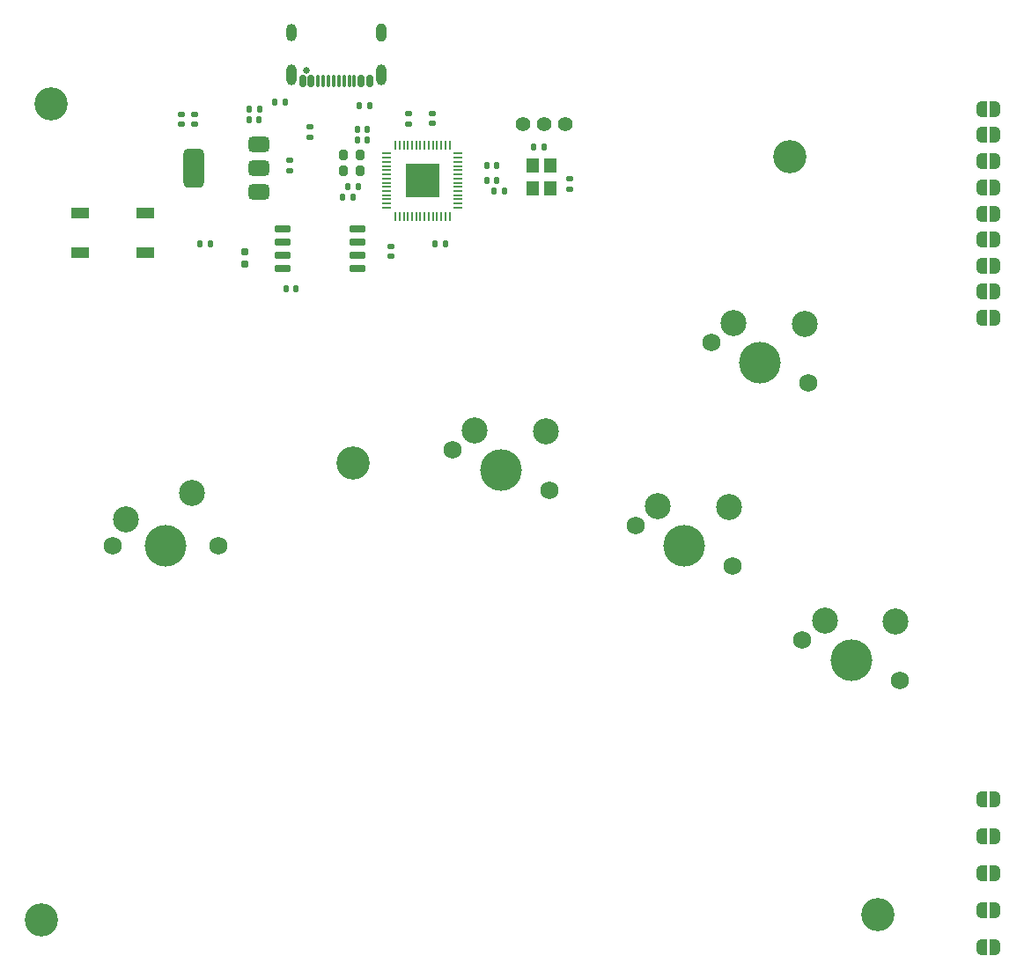
<source format=gbr>
%TF.GenerationSoftware,KiCad,Pcbnew,8.0.4*%
%TF.CreationDate,2024-07-23T17:45:02-07:00*%
%TF.ProjectId,2board_a,32626f61-7264-45f6-912e-6b696361645f,rev?*%
%TF.SameCoordinates,Original*%
%TF.FileFunction,Soldermask,Top*%
%TF.FilePolarity,Negative*%
%FSLAX46Y46*%
G04 Gerber Fmt 4.6, Leading zero omitted, Abs format (unit mm)*
G04 Created by KiCad (PCBNEW 8.0.4) date 2024-07-23 17:45:02*
%MOMM*%
%LPD*%
G01*
G04 APERTURE LIST*
G04 Aperture macros list*
%AMRoundRect*
0 Rectangle with rounded corners*
0 $1 Rounding radius*
0 $2 $3 $4 $5 $6 $7 $8 $9 X,Y pos of 4 corners*
0 Add a 4 corners polygon primitive as box body*
4,1,4,$2,$3,$4,$5,$6,$7,$8,$9,$2,$3,0*
0 Add four circle primitives for the rounded corners*
1,1,$1+$1,$2,$3*
1,1,$1+$1,$4,$5*
1,1,$1+$1,$6,$7*
1,1,$1+$1,$8,$9*
0 Add four rect primitives between the rounded corners*
20,1,$1+$1,$2,$3,$4,$5,0*
20,1,$1+$1,$4,$5,$6,$7,0*
20,1,$1+$1,$6,$7,$8,$9,0*
20,1,$1+$1,$8,$9,$2,$3,0*%
%AMFreePoly0*
4,1,19,0.500000,-0.750000,0.000000,-0.750000,0.000000,-0.744911,-0.071157,-0.744911,-0.207708,-0.704816,-0.327430,-0.627875,-0.420627,-0.520320,-0.479746,-0.390866,-0.500000,-0.250000,-0.500000,0.250000,-0.479746,0.390866,-0.420627,0.520320,-0.327430,0.627875,-0.207708,0.704816,-0.071157,0.744911,0.000000,0.744911,0.000000,0.750000,0.500000,0.750000,0.500000,-0.750000,0.500000,-0.750000,
$1*%
%AMFreePoly1*
4,1,19,0.000000,0.744911,0.071157,0.744911,0.207708,0.704816,0.327430,0.627875,0.420627,0.520320,0.479746,0.390866,0.500000,0.250000,0.500000,-0.250000,0.479746,-0.390866,0.420627,-0.520320,0.327430,-0.627875,0.207708,-0.704816,0.071157,-0.744911,0.000000,-0.744911,0.000000,-0.750000,-0.500000,-0.750000,-0.500000,0.750000,0.000000,0.750000,0.000000,0.744911,0.000000,0.744911,
$1*%
G04 Aperture macros list end*
%ADD10FreePoly0,0.000000*%
%ADD11FreePoly1,0.000000*%
%ADD12C,3.200000*%
%ADD13RoundRect,0.140000X-0.170000X0.140000X-0.170000X-0.140000X0.170000X-0.140000X0.170000X0.140000X0*%
%ADD14R,1.200000X1.400000*%
%ADD15R,1.700000X1.000000*%
%ADD16RoundRect,0.135000X-0.185000X0.135000X-0.185000X-0.135000X0.185000X-0.135000X0.185000X0.135000X0*%
%ADD17RoundRect,0.140000X-0.140000X-0.170000X0.140000X-0.170000X0.140000X0.170000X-0.140000X0.170000X0*%
%ADD18RoundRect,0.150000X0.650000X0.150000X-0.650000X0.150000X-0.650000X-0.150000X0.650000X-0.150000X0*%
%ADD19RoundRect,0.140000X0.140000X0.170000X-0.140000X0.170000X-0.140000X-0.170000X0.140000X-0.170000X0*%
%ADD20RoundRect,0.140000X0.170000X-0.140000X0.170000X0.140000X-0.170000X0.140000X-0.170000X-0.140000X0*%
%ADD21C,1.750000*%
%ADD22C,4.000000*%
%ADD23C,2.500000*%
%ADD24RoundRect,0.135000X-0.135000X-0.185000X0.135000X-0.185000X0.135000X0.185000X-0.135000X0.185000X0*%
%ADD25C,0.650000*%
%ADD26RoundRect,0.150000X0.150000X0.420000X-0.150000X0.420000X-0.150000X-0.420000X0.150000X-0.420000X0*%
%ADD27RoundRect,0.075000X0.075000X0.495000X-0.075000X0.495000X-0.075000X-0.495000X0.075000X-0.495000X0*%
%ADD28O,1.000000X2.000000*%
%ADD29O,1.000000X1.800000*%
%ADD30O,1.000000X1.700000*%
%ADD31RoundRect,0.135000X0.135000X0.185000X-0.135000X0.185000X-0.135000X-0.185000X0.135000X-0.185000X0*%
%ADD32RoundRect,0.200000X-0.200000X-0.275000X0.200000X-0.275000X0.200000X0.275000X-0.200000X0.275000X0*%
%ADD33RoundRect,0.160000X-0.160000X0.197500X-0.160000X-0.197500X0.160000X-0.197500X0.160000X0.197500X0*%
%ADD34RoundRect,0.050000X0.050000X-0.387500X0.050000X0.387500X-0.050000X0.387500X-0.050000X-0.387500X0*%
%ADD35RoundRect,0.050000X0.387500X-0.050000X0.387500X0.050000X-0.387500X0.050000X-0.387500X-0.050000X0*%
%ADD36R,3.200000X3.200000*%
%ADD37RoundRect,0.375000X0.625000X0.375000X-0.625000X0.375000X-0.625000X-0.375000X0.625000X-0.375000X0*%
%ADD38RoundRect,0.500000X0.500000X1.400000X-0.500000X1.400000X-0.500000X-1.400000X0.500000X-1.400000X0*%
%ADD39C,1.400000*%
G04 APERTURE END LIST*
D10*
%TO.C,JP11*%
X195420000Y-99930000D03*
D11*
X196720000Y-99930000D03*
%TD*%
D12*
%TO.C,H7*%
X177000000Y-34600000D03*
%TD*%
D13*
%TO.C,C3*%
X155852000Y-36728000D03*
X155852000Y-37688000D03*
%TD*%
D10*
%TO.C,JP14*%
X195420000Y-110580000D03*
D11*
X196720000Y-110580000D03*
%TD*%
D14*
%TO.C,Y1*%
X153996000Y-37630000D03*
X153996000Y-35430000D03*
X152296000Y-35430000D03*
X152296000Y-37630000D03*
%TD*%
D15*
%TO.C,SW1*%
X108755000Y-40030000D03*
X115055000Y-40030000D03*
X108755000Y-43830000D03*
X115055000Y-43830000D03*
%TD*%
D13*
%TO.C,C12*%
X138630000Y-43200000D03*
X138630000Y-44160000D03*
%TD*%
D16*
%TO.C,R2*%
X130822000Y-31668000D03*
X130822000Y-32688000D03*
%TD*%
D17*
%TO.C,C2*%
X125020000Y-31000000D03*
X125980000Y-31000000D03*
%TD*%
%TO.C,C8*%
X147840000Y-35430000D03*
X148800000Y-35430000D03*
%TD*%
D10*
%TO.C,JP2*%
X195420000Y-32500000D03*
D11*
X196720000Y-32500000D03*
%TD*%
D18*
%TO.C,U3*%
X135410000Y-45349000D03*
X135410000Y-44079000D03*
X135410000Y-42809000D03*
X135410000Y-41539000D03*
X128210000Y-41539000D03*
X128210000Y-42809000D03*
X128210000Y-44079000D03*
X128210000Y-45349000D03*
%TD*%
D10*
%TO.C,JP12*%
X195420000Y-103480000D03*
D11*
X196720000Y-103480000D03*
%TD*%
D19*
%TO.C,C10*%
X135478750Y-37430000D03*
X134518750Y-37430000D03*
%TD*%
D20*
%TO.C,C11*%
X128880000Y-35910000D03*
X128880000Y-34950000D03*
%TD*%
D10*
%TO.C,JP3*%
X195420000Y-35000000D03*
D11*
X196720000Y-35000000D03*
%TD*%
D21*
%TO.C,SW8_DP1*%
X111920000Y-71991696D03*
D22*
X117000000Y-71991696D03*
D21*
X122080000Y-71991696D03*
D23*
X113190000Y-69451696D03*
X119540000Y-66911696D03*
%TD*%
D12*
%TO.C,H8*%
X185500000Y-107500000D03*
%TD*%
D19*
%TO.C,C7*%
X136360000Y-31930000D03*
X135400000Y-31930000D03*
%TD*%
D21*
%TO.C,SW20_RIGHT1*%
X178210635Y-81055968D03*
D22*
X182903943Y-83000000D03*
D21*
X187597251Y-84944032D03*
D23*
X180355978Y-79195322D03*
X187194629Y-79278708D03*
%TD*%
D24*
%TO.C,R5*%
X120251000Y-42936000D03*
X121271000Y-42936000D03*
%TD*%
D17*
%TO.C,C14*%
X147840000Y-36840000D03*
X148800000Y-36840000D03*
%TD*%
D10*
%TO.C,JP8*%
X195420000Y-47550000D03*
D11*
X196720000Y-47550000D03*
%TD*%
D24*
%TO.C,R1*%
X127490000Y-29347000D03*
X128510000Y-29347000D03*
%TD*%
D21*
%TO.C,SW19_LEFT1*%
X144541559Y-62780211D03*
D22*
X149234867Y-64724243D03*
D21*
X153928175Y-66668275D03*
D23*
X146686902Y-60919565D03*
X153525553Y-61002951D03*
%TD*%
D25*
%TO.C,J1*%
X130495000Y-26245000D03*
D26*
X136580000Y-27315000D03*
X135780000Y-27315000D03*
D27*
X134630000Y-27315000D03*
X133630000Y-27315000D03*
X133130000Y-27315000D03*
X132130000Y-27315000D03*
D26*
X130980000Y-27315000D03*
X130180000Y-27315000D03*
X130180000Y-27315000D03*
X130980000Y-27315000D03*
D27*
X131630000Y-27315000D03*
X132630000Y-27315000D03*
X134130000Y-27315000D03*
X135130000Y-27315000D03*
D26*
X135780000Y-27315000D03*
X136580000Y-27315000D03*
D28*
X137700000Y-26745000D03*
D29*
X137700000Y-22605000D03*
D28*
X129060000Y-26745000D03*
D30*
X129060000Y-22605000D03*
%TD*%
D12*
%TO.C,H11*%
X135000000Y-64000000D03*
%TD*%
%TO.C,H2*%
X105000000Y-108000000D03*
%TD*%
D31*
%TO.C,R4*%
X149590000Y-37856000D03*
X148570000Y-37856000D03*
%TD*%
D32*
%TO.C,R7*%
X134055000Y-34430000D03*
X135705000Y-34430000D03*
%TD*%
D10*
%TO.C,JP10*%
X195420000Y-96380000D03*
D11*
X196720000Y-96380000D03*
%TD*%
D21*
%TO.C,SW18_DOWN1*%
X162141464Y-70070330D03*
D22*
X166834772Y-72014362D03*
D21*
X171528080Y-73958394D03*
D23*
X164286807Y-68209684D03*
X171125458Y-68293070D03*
%TD*%
D33*
%TO.C,R6*%
X124571000Y-43735500D03*
X124571000Y-44930500D03*
%TD*%
D10*
%TO.C,JP4*%
X195420000Y-37550000D03*
D11*
X196720000Y-37550000D03*
%TD*%
D32*
%TO.C,R8*%
X134055000Y-35930000D03*
X135705000Y-35930000D03*
%TD*%
D19*
%TO.C,C6*%
X136360000Y-32930000D03*
X135400000Y-32930000D03*
%TD*%
D34*
%TO.C,U1*%
X139078000Y-40315500D03*
X139478000Y-40315500D03*
X139878000Y-40315500D03*
X140278000Y-40315500D03*
X140678000Y-40315500D03*
X141078000Y-40315500D03*
X141478000Y-40315500D03*
X141878000Y-40315500D03*
X142278000Y-40315500D03*
X142678000Y-40315500D03*
X143078000Y-40315500D03*
X143478000Y-40315500D03*
X143878000Y-40315500D03*
X144278000Y-40315500D03*
D35*
X145115500Y-39478000D03*
X145115500Y-39078000D03*
X145115500Y-38678000D03*
X145115500Y-38278000D03*
X145115500Y-37878000D03*
X145115500Y-37478000D03*
X145115500Y-37078000D03*
X145115500Y-36678000D03*
X145115500Y-36278000D03*
X145115500Y-35878000D03*
X145115500Y-35478000D03*
X145115500Y-35078000D03*
X145115500Y-34678000D03*
X145115500Y-34278000D03*
D34*
X144278000Y-33440500D03*
X143878000Y-33440500D03*
X143478000Y-33440500D03*
X143078000Y-33440500D03*
X142678000Y-33440500D03*
X142278000Y-33440500D03*
X141878000Y-33440500D03*
X141478000Y-33440500D03*
X141078000Y-33440500D03*
X140678000Y-33440500D03*
X140278000Y-33440500D03*
X139878000Y-33440500D03*
X139478000Y-33440500D03*
X139078000Y-33440500D03*
D35*
X138240500Y-34278000D03*
X138240500Y-34678000D03*
X138240500Y-35078000D03*
X138240500Y-35478000D03*
X138240500Y-35878000D03*
X138240500Y-36278000D03*
X138240500Y-36678000D03*
X138240500Y-37078000D03*
X138240500Y-37478000D03*
X138240500Y-37878000D03*
X138240500Y-38278000D03*
X138240500Y-38678000D03*
X138240500Y-39078000D03*
X138240500Y-39478000D03*
D36*
X141678000Y-36878000D03*
%TD*%
D20*
%TO.C,C18*%
X118500000Y-31480000D03*
X118500000Y-30520000D03*
%TD*%
D37*
%TO.C,U2*%
X125972000Y-37978000D03*
X125972000Y-35678000D03*
D38*
X119672000Y-35678000D03*
D37*
X125972000Y-33378000D03*
%TD*%
D10*
%TO.C,JP6*%
X195420000Y-42550000D03*
D11*
X196720000Y-42550000D03*
%TD*%
D39*
%TO.C,J2*%
X155380000Y-31430000D03*
X153380000Y-31430000D03*
X151380000Y-31430000D03*
%TD*%
D17*
%TO.C,C1*%
X125040000Y-30000000D03*
X126000000Y-30000000D03*
%TD*%
D10*
%TO.C,JP1*%
X195420000Y-30000000D03*
D11*
X196720000Y-30000000D03*
%TD*%
D19*
%TO.C,C9*%
X134978750Y-38430000D03*
X134018750Y-38430000D03*
%TD*%
D21*
%TO.C,SW17_W1*%
X169431583Y-52470425D03*
D22*
X174124891Y-54414457D03*
D21*
X178818199Y-56358489D03*
D23*
X171576926Y-50609779D03*
X178415577Y-50693165D03*
%TD*%
D17*
%TO.C,C5*%
X128536000Y-47254000D03*
X129496000Y-47254000D03*
%TD*%
D19*
%TO.C,C4*%
X153360000Y-33680000D03*
X152400000Y-33680000D03*
%TD*%
D10*
%TO.C,JP9*%
X195420000Y-50050000D03*
D11*
X196720000Y-50050000D03*
%TD*%
D20*
%TO.C,C16*%
X140380000Y-31410000D03*
X140380000Y-30450000D03*
%TD*%
D10*
%TO.C,JP5*%
X195420000Y-40050000D03*
D11*
X196720000Y-40050000D03*
%TD*%
D20*
%TO.C,C15*%
X142630000Y-31390000D03*
X142630000Y-30430000D03*
%TD*%
D10*
%TO.C,JP7*%
X195420000Y-45050000D03*
D11*
X196720000Y-45050000D03*
%TD*%
D10*
%TO.C,JP13*%
X195420000Y-107030000D03*
D11*
X196720000Y-107030000D03*
%TD*%
D24*
%TO.C,R3*%
X135620000Y-29680000D03*
X136640000Y-29680000D03*
%TD*%
D17*
%TO.C,C13*%
X142900000Y-42930000D03*
X143860000Y-42930000D03*
%TD*%
D12*
%TO.C,H1*%
X106000000Y-29500000D03*
%TD*%
D20*
%TO.C,C17*%
X119745000Y-31478000D03*
X119745000Y-30518000D03*
%TD*%
M02*

</source>
